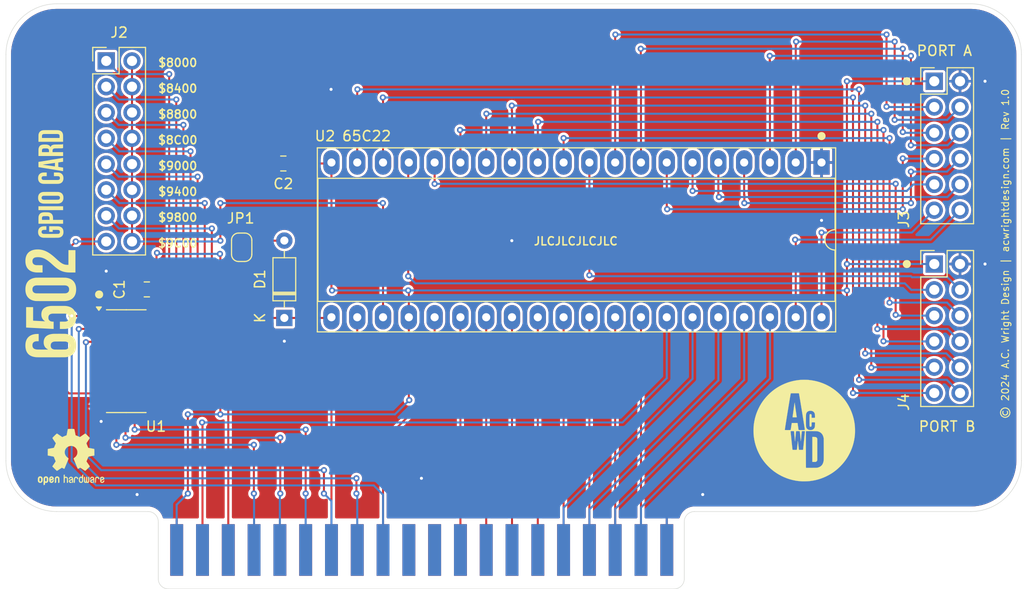
<source format=kicad_pcb>
(kicad_pcb (version 20240108) (generator "pcbnew") (generator_version "8.0")
  (title_block (title "6502 GPIO Card") (date "2024-06-06") (rev "1.0") (company "A.C. Wright Design"))
  (layers (0 "F.Cu" signal) (31 "B.Cu" signal) (34 "B.Paste" user) (35 "F.Paste" user) (36 "B.SilkS" user "B.Silkscreen") (37 "F.SilkS" user "F.Silkscreen") (38 "B.Mask" user) (39 "F.Mask" user) (44 "Edge.Cuts" user))
  (net 0 "")
  (net 1 "GND")
  (net 2 "VCC")
  (net 3 "IRQB")
  (net 4 "Net-(D1-K)")
  (net 5 "D2")
  (net 6 "A2")
  (net 7 "RESB")
  (net 8 "A1")
  (net 9 "RWB")
  (net 10 "A15")
  (net 11 "D0")
  (net 12 "A12")
  (net 13 "A0")
  (net 14 "A11")
  (net 15 "D1")
  (net 16 "PHI2")
  (net 17 "D5")
  (net 18 "A14")
  (net 19 "A3")
  (net 20 "D7")
  (net 21 "A13")
  (net 22 "A10")
  (net 23 "D4")
  (net 24 "D3")
  (net 25 "D6")
  (net 26 "CSB")
  (net 27 "PA3")
  (net 28 "CA1")
  (net 29 "CA2")
  (net 30 "/$8400")
  (net 31 "/$9800")
  (net 32 "/$9400")
  (net 33 "/$8C00")
  (net 34 "/$9000")
  (net 35 "/$8800")
  (net 36 "/$8000")
  (net 37 "/$9C00")
  (net 38 "PA7")
  (net 39 "PA5")
  (net 40 "PA0")
  (net 41 "PA2")
  (net 42 "PA4")
  (net 43 "PA1")
  (net 44 "PA6")
  (net 45 "PB4")
  (net 46 "PB2")
  (net 47 "PB0")
  (net 48 "PB1")
  (net 49 "PB6")
  (net 50 "PB7")
  (net 51 "CB2")
  (net 52 "CB1")
  (net 53 "PB5")
  (net 54 "PB3")
  (footprint "Diode_THT:D_DO-35_SOD27_P7.62mm_Horizontal" (layer "F.Cu") (at 128 101.31 90)
    (property "Reference" "D1")
    (property "Value" "D_Schottky" (hide yes))
  )
  (footprint "Connector_PinHeader_2.54mm:PinHeader_2x06_P2.54mm_Vertical" (layer "F.Cu") (at 192 78)
    (property "Reference" "J3")
    (property "Value" "PORT A")
  )
  (footprint "Jumper:SolderJumper-2_P1.3mm_Bridged_RoundedPad1.0x1.5mm" (layer "F.Cu") (at 123.8 94.35 90)
    (property "Reference" "JP1")
    (property "Value" "SolderJumper_2_Bridged" (hide yes))
  )
  (footprint "A.C. Wright Logo:A.C. Wright Logo 10mm" (layer "F.Cu") (at 179.2 112.4)
    (property "Reference" "G***" (hide yes))
    (property "Value" "LOGO" (hide yes))
  )
  (footprint "Package_SO:SOIC-16_3.9x9.9mm_P1.27mm" (layer "F.Cu") (at 112.435 105.565)
    (property "Reference" "U1")
    (property "Value" "74HC138" (hide yes))
  )
  (footprint "Package_DIP:DIP-40_W15.24mm_Socket_LongPads" (layer "F.Cu") (at 180.9 86 -90)
    (property "Reference" "U2")
    (property "Value" "65C22")
  )
  (footprint "Connector_PinHeader_2.54mm:PinHeader_2x08_P2.54mm_Vertical" (layer "F.Cu") (at 110.46 76)
    (property "Reference" "J2")
    (property "Value" "Conn_02x08_Odd_Even" (hide yes))
  )
  (footprint "Connector_PinHeader_2.54mm:PinHeader_2x06_P2.54mm_Vertical" (layer "F.Cu") (at 192 96)
    (property "Reference" "J4")
    (property "Value" "PORT B")
  )
  (footprint "Capacitor_SMD:C_0805_2012Metric" (layer "F.Cu") (at 114.46 98.5 180)
    (property "Reference" "C1")
    (property "Value" "100nF" (hide yes))
  )
  (footprint "Symbol:OSHW-Logo2_7.3x6mm_SilkScreen" (layer "F.Cu") (at 107 115)
    (property "Reference" "REF**" (hide yes))
    (property "Value" "OSHW-Logo2_7.3x6mm_SilkScreen" (hide yes))
  )
  (footprint "6502 Parts:6502CARDEDGE" (layer "F.Cu") (at 117.4 126.7)
    (property "Reference" "J1" (hide yes))
    (property "Value" "6502CARDEDGE" (hide yes))
  )
  (footprint "6502 Logos:6502 GPIO Card Logo 5mm" (layer "F.Cu") (at 104.999736 85.200749 90)
    (property "Reference" "G***" (hide yes))
    (property "Value" "LOGO" (hide yes))
  )
  (footprint "Capacitor_SMD:C_0805_2012Metric" (layer "F.Cu") (at 127.9 86.1)
    (property "Reference" "C2")
    (property "Value" "100nF" (hide yes))
  )
  (gr_circle (center 189.3 78) (end 189.5 78) (stroke (width 0.4)) (fill none) (layer "F.SilkS"))
  (gr_circle (center 109.76 99) (end 109.96 99) (stroke (width 0.4)) (fill none) (layer "F.SilkS"))
  (gr_circle (center 189.3 96) (end 189.5 96) (stroke (width 0.4)) (fill none) (layer "F.SilkS"))
  (gr_circle (center 180.9 83.4) (end 181.1 83.4) (stroke (width 0.4)) (fill none) (layer "F.SilkS"))
  (gr_arc (start 167.3841 121.3746) (mid 167.676993 120.667493) (end 168.3841 120.3746) (stroke (width 0.05)) (layer "Edge.Cuts"))
  (gr_line (start 200.5841 115.3746) (end 200.5841 75.3746) (stroke (width 0.05)) (layer "Edge.Cuts"))
  (gr_arc (start 105.5841 120.3746) (mid 102.048566 118.910134) (end 100.5841 115.3746) (stroke (width 0.05)) (layer "Edge.Cuts"))
  (gr_line (start 105.5841 120.3746) (end 114.5841 120.3746) (stroke (width 0.05)) (layer "Edge.Cuts"))
  (gr_line (start 168.3841 120.3746) (end 195.5841 120.3746) (stroke (width 0.05)) (layer "Edge.Cuts"))
  (gr_line (start 195.5841 70.3746) (end 105.5841 70.3746) (stroke (width 0.05)) (layer "Edge.Cuts"))
  (gr_arc (start 114.5841 120.3746) (mid 115.291207 120.667493) (end 115.5841 121.3746) (stroke (width 0.05)) (layer "Edge.Cuts"))
  (gr_line (start 167.3841 126.9946) (end 167.3841 121.3746) (stroke (width 0.05)) (layer "Edge.Cuts"))
  (gr_arc (start 200.5841 115.3746) (mid 199.119634 118.910134) (end 195.5841 120.3746) (stroke (width 0.05)) (layer "Edge.Cuts"))
  (gr_arc (start 100.5841 75.3746) (mid 102.048566 71.839066) (end 105.5841 70.3746) (stroke (width 0.05)) (layer "Edge.Cuts"))
  (gr_line (start 116.5841 127.9946) (end 166.3841 127.9946) (stroke (width 0.05)) (layer "Edge.Cuts"))
  (gr_line (start 100.5841 75.3746) (end 100.5841 115.3746) (stroke (width 0.05)) (layer "Edge.Cuts"))
  (gr_arc (start 116.5841 127.9946) (mid 115.876993 127.701707) (end 115.5841 126.9946) (stroke (width 0.05)) (layer "Edge.Cuts"))
  (gr_arc (start 167.3841 126.9946) (mid 167.091207 127.701707) (end 166.3841 127.9946) (stroke (width 0.05)) (layer "Edge.Cuts"))
  (gr_arc (start 195.5841 70.3746) (mid 199.119634 71.839066) (end 200.5841 75.3746) (stroke (width 0.05)) (layer "Edge.Cuts"))
  (gr_line (start 115.5841 121.3746) (end 115.5841 126.9946) (stroke (width 0.05)) (layer "Edge.Cuts"))
  (gr_text "© 2024 A.C. Wright Design | acwrightdesign.com | Rev 1.0" (at 199 95 90) (layer "F.SilkS") (effects (font (size 0.7 0.7) (thickness 0.1))))
  (gr_text "$9000" (at 117.5 86.34 0) (layer "F.SilkS") (effects (font (size 0.8 0.8))))
  (gr_text "$9800" (at 117.5 91.42 0) (layer "F.SilkS") (effects (font (size 0.8 0.8))))
  (gr_text "$9400" (at 117.5 88.88 0) (layer "F.SilkS") (effects (font (size 0.8 0.8))))
  (gr_text "JLCJLCJLCJLC" (at 156.7 93.75 0) (layer "F.SilkS") (effects (font (size 0.8 0.8))))
  (gr_text "$8400" (at 117.5 78.72 0) (layer "F.SilkS") (effects (font (size 0.8 0.8))))
  (gr_text "$8800" (at 117.5 81.26 0) (layer "F.SilkS") (effects (font (size 0.8 0.8))))
  (gr_text "$8C00" (at 117.5 83.8 0) (layer "F.SilkS") (effects (font (size 0.8 0.8))))
  (gr_text "$8000" (at 117.5 76.18 0) (layer "F.SilkS") (effects (font (size 0.8 0.8))))
  (gr_text "$9C00" (at 117.5 93.96 0) (layer "F.SilkS") (effects (font (size 0.8 0.8))))
  (segment (start 117.4 124.16) (end 117.4 121.3) (width 0.2) (layer "F.Cu") (net 1))
  (segment (start 117.4 121.3) (end 117.4 119.9) (width 0.2) (layer "F.Cu") (net 1))
  (via (at 197 78) (size 0.6) (drill 0.3) (layers "F.Cu" "B.Cu") (net 1))
  (via (at 150.4 93.7) (size 0.6) (drill 0.3) (layers "F.Cu" "B.Cu") (net 1))
  (via (at 197 96) (size 0.6) (drill 0.3) (layers "F.Cu" "B.Cu") (net 1))
  (via (at 109.96 111.5) (size 0.6) (drill 0.3) (layers "F.Cu" "B.Cu") (net 1))
  (via (at 128 103.6) (size 0.6) (drill 0.3) (layers "F.Cu" "B.Cu") (net 1))
  (via (at 141.5 117.1) (size 0.6) (drill 0.3) (layers "F.Cu" "B.Cu") (net 1))
  (via (at 110.46 96.7) (size 0.6) (drill 0.3) (layers "F.Cu" "B.Cu") (net 1))
  (via (at 113.5 118.7) (size 0.6) (drill 0.3) (layers "F.Cu" "B.Cu") (net 1))
  (via (at 132.6 78.8) (size 0.6) (drill 0.3) (layers "F.Cu" "B.Cu") (net 1))
  (via (at 180.9 91.7) (size 0.6) (drill 0.3) (layers "F.Cu" "B.Cu") (net 1))
  (via (at 169.2 118.7) (size 0.6) (drill 0.3) (layers "F.Cu" "B.Cu") (net 1))
  (segment (start 165.66 124.16) (end 165.66 119.94) (width 0.2) (layer "B.Cu") (net 1))
  (segment (start 183.4 102.9) (end 182.5 103.8) (width 0.2) (layer "F.Cu") (net 2))
  (segment (start 140.3 109.4) (end 140.26 109.36) (width 0.2) (layer "F.Cu") (net 2))
  (segment (start 115.41 98.5) (end 115.41 99.75) (width 0.2) (layer "F.Cu") (net 2))
  (segment (start 115.41 99.75) (end 114.91 100.25) (width 0.2) (layer "F.Cu") (net 2))
  (segment (start 128.85 86.1) (end 132.54 86.1) (width 0.2) (layer "F.Cu") (net 2))
  (segment (start 183.4 98.6) (end 183.4 96) (width 0.2) (layer "F.Cu") (net 2))
  (segment (start 118.5 118.6) (end 118.5 110.8) (width 0.2) (layer "F.Cu") (net 2))
  (segment (start 132.64 98.54) (end 132.7 98.6) (width 0.2) (layer "F.Cu") (net 2))
  (segment (start 140.26 109.36) (end 140.26 101.24) (width 0.2) (layer "F.Cu") (net 2))
  (segment (start 115.46 94.9) (end 115.41 94.95) (width 0.2) (layer "F.Cu") (net 2))
  (segment (start 132.64 86) (end 132.64 98.54) (width 0.2) (layer "F.Cu") (net 2))
  (segment (start 183.4 98.6) (end 183.4 102.9) (width 0.2) (layer "F.Cu") (net 2))
  (segment (start 121.7 110.8) (end 121.7 95.04) (width 0.2) (layer "F.Cu") (net 2))
  (segment (start 132.54 86.1) (end 132.64 86) (width 0.2) (layer "F.Cu") (net 2))
  (segment (start 121.7 95.04) (end 121.66 95) (width 0.2) (layer "F.Cu") (net 2))
  (segment (start 165.66 119.94) (end 165.66 124.16) (width 0.2) (layer "F.Cu") (net 2))
  (segment (start 181.8 103.8) (end 165.66 119.94) (width 0.2) (layer "F.Cu") (net 2))
  (segment (start 140.26 98.66) (end 140.26 101.24) (width 0.2) (layer "F.Cu") (net 2))
  (segment (start 115.41 94.95) (end 115.41 98.5) (width 0.2) (layer "F.Cu") (net 2))
  (segment (start 140.2 98.6) (end 140.26 98.66) (width 0.2) (layer "F.Cu") (net 2))
  (segment (start 114.91 100.25) (end 114.91 101.12) (width 0.2) (layer "F.Cu") (net 2))
  (segment (start 182.5 103.8) (end 181.8 103.8) (width 0.2) (layer "F.Cu") (net 2))
  (segment (start 183.4 96) (end 183.4 78) (width 0.2) (layer "F.Cu") (net 2))
  (via (at 121.66 95) (size 0.6) (drill 0.3) (layers "F.Cu" "B.Cu") (net 2))
  (via (at 115.46 94.9) (size 0.6) (drill 0.3) (layers "F.Cu" "B.Cu") (net 2))
  (via (at 118.5 118.6) (size 0.6) (drill 0.3) (layers "F.Cu" "B.Cu") (net 2))
  (via (at 118.5 110.8) (size 0.6) (drill 0.3) (layers "F.Cu" "B.Cu") (net 2))
  (via (at 183.4 78) (size 0.6) (drill 0.3) (layers "F.Cu" "B.Cu") (net 2))
  (via (at 132.7 98.6) (size 0.6) (drill 0.3) (layers "F.Cu" "B.Cu") (net 2))
  (via (at 140.3 109.4) (size 0.6) (drill 0.3) (layers "F.Cu" "B.Cu") (net 2))
  (via (at 140.2 98.6) (size 0.6) (drill 0.3) (layers "F.Cu" "B.Cu") (net 2))
  (via (at 183.4 96) (size 0.6) (drill 0.3) (layers "F.Cu" "B.Cu") (net 2))
  (via (at 121.7 110.8) (size 0.6) (drill 0.3) (layers "F.Cu" "B.Cu") (net 2))
  (via (at 183.4 98.6) (size 0.6) (drill 0.3) (layers "F.Cu" "B.Cu") (net 2))
  (segment (start 140.2 98.6) (end 183.4 98.6) (width 0.2) (layer "B.Cu") (net 2))
  (segment (start 121.7 110.8) (end 138.9 110.8) (width 0.2) (layer "B.Cu") (net 2))
  (segment (start 115.56 95) (end 115.46 94.9) (width 0.2) (layer "B.Cu") (net 2))
  (segment (start 121.66 95) (end 115.56 95) (width 0.2) (layer "B.Cu") (net 2))
  (segment (start 117.4 124.16) (end 117.4 119.7) (width 0.2) (layer "B.Cu") (net 2))
  (segment (start 183.4 78) (end 192 78) (width 0.2) (layer "B.Cu") (net 2))
  (segment (start 117.4 119.7) (end 118.5 118.6) (width 0.2) (layer "B.Cu") (net 2))
  (segment (start 183.4 96) (end 192 96) (width 0.2) (layer "B.Cu") (net 2))
  (segment (start 132.7 98.6) (end 140.2 98.6) (width 0.2) (layer "B.Cu") (net 2))
  (segment (start 118.5 110.8) (end 121.7 110.8) (width 0.2) (layer "B.Cu") (net 2))
  (segment (start 138.9 110.8) (end 140.3 109.4) (width 0.2) (layer "B.Cu") (net 2))
  (segment (start 127.99 93.7) (end 128 93.69) (width 0.2) (layer "F.Cu") (net 3))
  (segment (start 123.8 93.7) (end 127.99 93.7) (width 0.2) (layer "F.Cu") (net 3))
  (segment (start 122.48 93.92) (end 122.7 93.7) (width 0.2) (layer "F.Cu") (net 3))
  (segment (start 122.48 124.16) (end 122.48 93.92) (width 0.2) (layer "F.Cu") (net 3))
  (segment (start 122.7 93.7) (end 123.8 93.7) (width 0.2) (layer "F.Cu") (net 3))
  (segment (start 132.57 101.31) (end 132.64 101.24) (width 0.2) (layer "F.Cu") (net 4))
  (segment (start 123.8 100.7) (end 124.41 101.31) (width 0.2) (layer "F.Cu") (net 4))
  (segment (start 124.41 101.31) (end 128 101.31) (width 0.2) (layer "F.Cu") (net 4))
  (segment (start 127.4 101.31) (end 132.57 101.31) (width 0.2) (layer "F.Cu") (net 4))
  (segment (start 123.8 95) (end 123.8 100.7) (width 0.2) (layer "F.Cu") (net 4))
  (segment (start 158.04 124.16) (end 158.04 101.24) (width 0.2) (layer "F.Cu") (net 5))
  (segment (start 170.74 107.46) (end 170.74 101.24) (width 0.2) (layer "B.Cu") (net 6))
  (segment (start 158.04 120.16) (end 170.74 107.46) (width 0.2) (layer "B.Cu") (net 6))
  (segment (start 158.04 124.16) (end 158.04 120.16) (width 0.2) (layer "B.Cu") (net 6))
  (segment (start 119.94 111.64) (end 119.94 124.16) (width 0.2) (layer "F.Cu") (net 7))
  (via (at 119.9 111.6) (size 0.6) (drill 0.3) (layers "F.Cu" "B.Cu") (net 7))
  (segment (start 119.9 111.6) (end 161.3 111.6) (width 0.2) (layer "B.Cu") (net 7))
  (segment (start 161.3 111.6) (end 165.66 107.24) (width 0.2) (layer "B.Cu") (net 7))
  (segment (start 165.66 107.24) (end 165.66 101.24) (width 0.2) (layer "B.Cu") (net 7))
  (segment (start 160.58 120.12) (end 173.28 107.42) (width 0.2) (layer "B.Cu") (net 8))
  (segment (start 173.28 107.42) (end 173.28 101.24) (width 0.2) (layer "B.Cu") (net 8))
  (segment (start 160.58 124.16) (end 160.58 120.12) (width 0.2) (layer "B.Cu") (net 8))
  (segment (start 132.64 110.26) (end 135.18 107.72) (width 0.2) (layer "F.Cu") (net 9))
  (segment (start 135.18 107.72) (end 135.18 101.24) (width 0.2) (layer "F.Cu") (net 9))
  (segment (start 132.64 124.16) (end 132.64 110.26) (width 0.2) (layer "F.Cu") (net 9))
  (segment (start 109.96 107.47) (end 111.33 107.47) (width 0.2) (layer "F.Cu") (net 10))
  (segment (start 111.46 107.6) (end 111.46 107.9) (width 0.2) (layer "F.Cu") (net 10))
  (segment (start 111.46 107.9) (end 111.46 113.8) (width 0.2) (layer "F.Cu") (net 10))
  (segment (start 111.46 113.8) (end 111.46 114) (width 0.2) (layer "F.Cu") (net 10))
  (segment (start 111.33 107.47) (end 111.46 107.6) (width 0.2) (layer "F.Cu") (net 10))
  (segment (start 125 113.8) (end 125 118.6) (width 0.2) (layer "F.Cu") (net 10))
  (via (at 125 118.6) (size 0.6) (drill 0.3) (layers "F.Cu" "B.Cu") (net 10))
  (via (at 125 113.8) (size 0.6) (drill 0.3) (layers "F.Cu" "B.Cu") (net 10))
  (via (at 111.46 113.8) (size 0.6) (drill 0.3) (layers "F.Cu" "B.Cu") (net 10))
  (segment (start 125.02 118.62) (end 125.02 124.16) (width 0.2) (layer "B.Cu") (net 10))
  (segment (start 111.46 113.8) (end 125 113.8) (width 0.2) (layer "B.Cu") (net 10))
  (segment (start 125 118.6) (end 125.02 118.62) (width 0.2) (layer "B.Cu") (net 10))
  (segment (start 163.12 124.16) (end 163.12 101.24) (width 0.2) (layer "F.Cu") (net 11))
  (segment (start 131.9 116.3) (end 131.9 118.6) (width 0.2) (layer "F.Cu") (net 12))
  (segment (start 108.5 103.66) (end 108.46 103.7) (width 0.2) (layer "F.Cu") (net 12))
  (segment (start 109.96 103.66) (end 108.5 103.66) (width 0.2) (layer "F.Cu") (net 12))
  (via (at 131.9 116.3) (size 0.6) (drill 0.3) (layers "F.Cu" "B.Cu") (net 12))
  (via (at 131.9 118.6) (size 0.6) (drill 0.3) (layers "F.Cu" "B.Cu") (net 12))
  (via (at 108.46 103.7) (size 0.6) (drill 0.3) (layers "F.Cu" "B.Cu") (net 12))
  (segment (start 131.9 116.3) (end 109.96 116.3) (width 0.2) (layer "B.Cu") (net 12))
  (segment (start 131.9 116.3) (end 131.8 116.4) (width 0.2) (layer "B.Cu") (net 12))
  (segment (start 108.46 114.8) (end 109.83 116.17) (width 0.2) (layer "B.Cu") (net 12))
  (segment (start 131.9 118.6) (end 132.64 119.34) (width 0.2) (layer "B.Cu") (net 12))
  (segment (start 109.96 116.3) (end 109.83 116.17) (width 0.2) (layer "B.Cu") (net 12))
  (segment (start 132.64 119.34) (end 132.64 124.16) (width 0.2) (layer "B.Cu") (net 12))
  (segment (start 108.46 103.7) (end 108.46 114.8) (width 0.2) (layer "B.Cu") (net 12))
  (segment (start 163.12 119.98) (end 175.82 107.28) (width 0.2) (layer "B.Cu") (net 13))
  (segment (start 163.12 124.16) (end 163.12 119.98) (width 0.2) (layer "B.Cu") (net 13))
  (segment (start 175.82 107.28) (end 175.82 101.24) (width 0.2) (layer "B.Cu") (net 13))
  (segment (start 107.77 102.39) (end 107.76 102.4) (width 0.2) (layer "F.Cu") (net 14))
  (segment (start 135.1 117.1) (end 135.1 118.6) (width 0.2) (layer "F.Cu") (net 14))
  (segment (start 109.96 102.39) (end 107.77 102.39) (width 0.2) (layer "F.Cu") (net 14))
  (via (at 135.1 117.1) (size 0.6) (drill 0.3) (layers "F.Cu" "B.Cu") (net 14))
  (via (at 107.76 102.4) (size 0.6) (drill 0.3) (layers "F.Cu" "B.Cu") (net 14))
  (via (at 135.1 118.6) (size 0.6) (drill 0.3) (layers "F.Cu" "B.Cu") (net 14))
  (segment (start 135.1 118.8) (end 135.18 118.88) (width 0.2) (layer "B.Cu") (net 14))
  (segment (start 135.18 118.88) (end 135.18 124.16) (width 0.2) (layer "B.Cu") (net 14))
  (segment (start 135.1 117.1) (end 109.76 117.1) (width 0.2) (layer "B.Cu") (net 14))
  (segment (start 107.76 115.1) (end 107.76 102.4) (width 0.2) (layer "B.Cu") (net 14))
  (segment (start 135.1 118.6) (end 135.1 118.8) (width 0.2) (layer "B.Cu") (net 14))
  (segment (start 109.76 117.1) (end 107.76 115.1) (width 0.2) (layer "B.Cu") (net 14))
  (segment (start 160.58 124.16) (end 160.58 101.24) (width 0.2) (layer "F.Cu") (net 15))
  (segment (start 137.72 113.48) (end 142.8 108.4) (width 0.2) (layer "F.Cu") (net 16))
  (segment (start 142.8 108.4) (end 142.8 101.24) (width 0.2) (layer "F.Cu") (net 16))
  (segment (start 137.72 124.16) (end 137.72 113.48) (width 0.2) (layer "F.Cu") (net 16))
  (segment (start 150.42 124.16) (end 150.42 101.24) (width 0.2) (layer "F.Cu") (net 17))
  (segment (start 111.96 106.2) (end 112.36 106.6) (width 0.2) (layer "F.Cu") (net 18))
  (segment (start 112.36 106.9) (end 112.36 112.4) (width 0.2) (layer "F.Cu") (net 18))
  (segment (start 112.36 112.6) (end 112.36 113.1) (width 0.2) (layer "F.Cu") (net 18))
  (segment (start 112.36 112.4) (end 112.36 112.6) (width 0.2) (layer "F.Cu") (net 18))
  (segment (start 127.6 113.1) (end 127.6 118.6) (width 0.2) (layer "F.Cu") (net 18))
  (segment (start 112.36 106.6) (end 112.36 106.9) (width 0.2) (layer "F.Cu") (net 18))
  (segment (start 109.96 106.2) (end 111.96 106.2) (width 0.2) (layer "F.Cu") (net 18))
  (via (at 112.36 113.1) (size 0.6) (drill 0.3) (layers "F.Cu" "B.Cu") (net 18))
  (via (at 127.6 113.1) (size 0.6) (drill 0.3) (layers "F.Cu" "B.Cu") (net 18))
  (via (at 127.6 118.6) (size 0.6) (drill 0.3) (layers "F.Cu" "B.Cu") (net 18))
  (segment (start 127.56 118.64) (end 127.56 124.16) (width 0.2) (layer "B.Cu") (net 18))
  (segment (start 127.6 118.6) (end 127.56 118.64) (width 0.2) (layer "B.Cu") (net 18))
  (segment (start 112.36 113.1) (end 127.6 113.1) (width 0.2) (layer "B.Cu") (net 18))
  (segment (start 155.5 120) (end 168.2 107.3) (width 0.2) (layer "B.Cu") (net 19))
  (segment (start 155.5 124.16) (end 155.5 120) (width 0.2) (layer "B.Cu") (net 19))
  (segment (start 168.2 107.3) (end 168.2 101.24) (width 0.2) (layer "B.Cu") (net 19))
  (segment (start 145.34 124.16) (end 145.34 101.24) (width 0.2) (layer "F.Cu") (net 20))
  (segment (start 113.26 106.2) (end 113.26 112.3) (width 0.2) (layer "F.Cu") (net 21))
  (segment (start 112.76 105) (end 113.26 105.5) (width 0.2) (layer "F.Cu") (net 21))
  (segment (start 130.1 112.3) (end 130.1 118.6) (width 0.2) (layer "F.Cu") (net 21))
  (segment (start 112.69 104.93) (end 112.76 105) (width 0.2) (layer "F.Cu") (net 21))
  (segment (start 109.96 104.93) (end 112.69 104.93) (width 0.2) (layer "F.Cu") (net 21))
  (segment (start 113.26 105.5) (end 113.26 106.2) (width 0.2) (layer "F.Cu") (net 21))
  (via (at 113.26 112.3) (size 0.6) (drill 0.3) (layers "F.Cu" "B.Cu") (net 21))
  (via (at 130.1 112.3) (size 0.6) (drill 0.3) (layers "F.Cu" "B.Cu") (net 21))
  (via (at 130.1 118.6) (size 0.6) (drill 0.3) (layers "F.Cu" "B.Cu") (net 21))
  (segment (start 113.26 112.3) (end 130.1 112.3) (width 0.2) (layer "B.Cu") (net 21))
  (segment (start 130.1 118.6) (end 130.1 124.16) (width 0.2) (layer "B.Cu") (net 21))
  (segment (start 107.08 101.12) (end 107.06 101.1) (width 0.2) (layer "F.Cu") (net 22))
  (segment (start 109.96 101.12) (end 107.08 101.12) (width 0.2) (layer "F.Cu") (net 22))
  (via (at 107.06 101.1) (size 0.6) (drill 0.3) (layers "F.Cu" "B.Cu") (net 22))
  (segment (start 107.06 115.4) (end 109.46 117.8) (width 0.2) (layer "B.Cu") (net 22))
  (segment (start 107.06 101.1) (end 107.06 115.4) (width 0.2) (layer "B.Cu") (net 22))
  (segment (start 136.8 117.8) (end 137.72 118.72) (width 0.2) (layer "B.Cu") (net 22))
  (segment (start 137.72 118.72) (end 137.72 124.16) (width 0.2) (layer "B.Cu") (net 22))
  (segment (start 109.46 117.8) (end 136.8 117.8) (width 0.2) (layer "B.Cu") (net 22))
  (segment (start 152.96 124.16) (end 152.96 101.24) (width 0.2) (layer "F.Cu") (net 23))
  (segment (start 155.5 124.16) (end 155.5 101.24) (width 0.2) (layer "F.Cu") (net 24))
  (segment (start 147.88 124.16) (end 147.88 101.24) (width 0.2) (layer "F.Cu") (net 25))
  (segment (start 137.7 90) (end 137.72 90.02) (width 0.2) (layer "F.Cu") (net 26))
  (segment (start 137.72 90.02) (end 137.72 101.24) (width 0.2) (layer "F.Cu") (net 26))
  (segment (start 121.7 93.7) (end 121.7 90) (width 0.2) (layer "F.Cu") (net 26))
  (segment (start 113 76) (end 113 93.78) (width 0.2) (layer "F.Cu") (net 26))
  (via (at 121.7 90) (size 0.6) (drill 0.3) (layers "F.Cu" "B.Cu") (net 26))
  (via (at 137.7 90) (size 0.6) (drill 0.3) (layers "F.Cu" "B.Cu") (net 26))
  (via (at 121.7 93.7) (size 0.6) (drill 0.3) (layers "F.Cu" "B.Cu") (net 26))
  (segment (start 121.7 90) (end 137.7 90) (width 0.2) (layer "B.Cu") (net 26))
  (segment (start 121.62 93.78) (end 121.7 93.7) (width 0.2) (layer "B.Cu") (net 26))
  (segment (start 113 93.78) (end 121.62 93.78) (width 0.2) (layer "B.Cu") (net 26))
  (segment (start 170.8 89.4) (end 170.74 89.34) (width 0.2) (layer "F.Cu") (net 27))
  (segment (start 170.74 89.34) (end 170.74 86) (width 0.2) (layer "F.Cu") (net 27))
  (via (at 170.8 89.4) (size 0.6) (drill 0.3) (layers "F.Cu" "B.Cu") (net 27))
  (segment (start 170.8 89.4) (end 193.3 89.4) (width 0.2) (layer "B.Cu") (net 27))
  (segment (start 193.3 89.4) (end 194.54 88.16) (width 0.2) (layer "B.Cu") (net 27))
  (segment (start 180.9 92.9) (end 180.9 101.24) (width 0.2) (layer "F.Cu") (net 28))
  (via (at 180.9 92.9) (size 0.6) (drill 0.3) (layers "F.Cu" "B.Cu") (net 28))
  (segment (start 189.8 92.9) (end 180.9 92.9) (width 0.2) (layer "B.Cu") (net 28))
  (segment (start 192 90.7) (end 189.8 92.9) (width 0.2) (layer "B.Cu") (net 28))
  (segment (start 178.36 93.66) (end 178.36 101.24) (width 0.2) (layer "F.Cu") (net 29))
  (segment (start 178.3 93.6) (end 178.36 93.66) (width 0.2) (layer "F.Cu") (net 29))
  (via (at 178.3 93.6) (size 0.6) (drill 0.3) (layers "F.Cu" "B.Cu") (net 29))
  (segment (start 194.54 90.7) (end 191.64 93.6) (width 0.2) (layer "B.Cu") (net 29))
  (segment (start 191.64 93.6) (end 189 93.6) (width 0.2) (layer "B.Cu") (net 29))
  (segment (start 189 93.6) (end 178.3 93.6) (width 0.2) (layer "B.Cu") (net 29))
  (segment (start 116.8 103.66) (end 114.91 103.66) (width 0.2) (layer "F.Cu") (net 30))
  (segment (start 117.36 103.1) (end 116.8 103.66) (width 0.2) (layer "F.Cu") (net 30))
  (segment (start 117.36 79.8) (end 117.36 103.1) (width 0.2) (layer "F.Cu") (net 30))
  (via (at 117.36 79.8) (size 0.6) (drill 0.3) (layers "F.Cu" "B.Cu") (net 30))
  (segment (start 113.66 79.8) (end 117.36 79.8) (width 0.2) (layer "B.Cu") (net 30))
  (segment (start 110.46 78.54) (end 111.72 79.8) (width 0.2) (layer "B.Cu") (net 30))
  (segment (start 111.72 79.8) (end 113.66 79.8) (width 0.2) (layer "B.Cu") (net 30))
  (segment (start 120.15 110.01) (end 114.91 110.01) (width 0.2) (layer "F.Cu") (net 31))
  (segment (start 120.86 92.5) (end 120.86 109.3) (width 0.2) (layer "F.Cu") (net 31))
  (segment (start 120.86 109.3) (end 120.15 110.01) (width 0.2) (layer "F.Cu") (net 31))
  (via (at 120.86 92.5) (size 0.6) (drill 0.3) (layers "F.Cu" "B.Cu") (net 31))
  (segment (start 110.46 91.24) (end 111.72 92.5) (width 0.2) (layer "B.Cu") (net 31))
  (segment (start 112.66 92.5) (end 112.96 92.5) (width 0.2) (layer "B.Cu") (net 31))
  (segment (start 111.72 92.5) (end 112.66 92.5) (width 0.2) (layer "B.Cu") (net 31))
  (segment (start 112.96 92.5) (end 120.86 92.5) (width 0.2) (layer "B.Cu") (net 31))
  (segment (start 119.52 108.74) (end 114.91 108.74) (width 0.2) (layer "F.Cu") (net 32))
  (segment (start 120.16 90) (end 120.16 108.1) (width 0.2) (layer "F.Cu") (net 32))
  (segment (start 120.16 108.1) (end 119.52 108.74) (width 0.2) (layer "F.Cu") (net 32))
  (via (at 120.16 90) (size 0.6) (drill 0.3) (layers "F.Cu" "B.Cu") (net 32))
  (segment (start 111.76 90) (end 112.16 90) (width 0.2) (layer "B.Cu") (net 32))
  (segment (start 110.46 88.7) (end 111.76 90) (width 0.2) (layer "B.Cu") (net 32))
  (segment (start 112.16 90) (end 120.16 90) (width 0.2) (layer "B.Cu") (net 32))
  (segment (start 118.76 84.9) (end 118.76 105.6) (width 0.2) (layer "F.Cu") (net 33))
  (segment (start 118.16 106.2) (end 114.91 106.2) (width 0.2) (layer "F.Cu") (net 33))
  (segment (start 118.76 105.6) (end 118.16 106.2) (width 0.2) (layer "F.Cu") (net 33))
  (via (at 118.76 84.9) (size 0.6) (drill 0.3) (layers "F.Cu" "B.Cu") (net 33))
  (segment (start 112.16 84.9) (end 112.46 84.9) (width 0.2) (layer "B.Cu") (net 33))
  (segment (start 111.74 84.9) (end 112.16 84.9) (width 0.2) (layer "B.Cu") (net 33))
  (segment (start 112.46 84.9) (end 118.76 84.9) (width 0.2) (layer "B.Cu") (net 33))
  (segment (start 110.46 83.62) (end 111.74 84.9) (width 0.2) (layer "B.Cu") (net 33))
  (segment (start 118.99 107.47) (end 114.91 107.47) (width 0.2) (layer "F.Cu") (net 34))
  (segment (start 119.46 87.4) (end 119.46 107) (width 0.2) (layer "F.Cu") (net 34))
  (segment (start 119.46 107) (end 118.99 107.47) (width 0.2) (layer "F.Cu") (net 34))
  (via (at 119.46 87.4) (size 0.6) (drill 0.3) (layers "F.Cu" "B.Cu") (net 34))
  (segment (start 111.7 87.4) (end 112.06 87.4) (width 0.2) (layer "B.Cu") (net 34))
  (segment (start 110.46 86.16) (end 111.7 87.4) (width 0.2) (layer "B.Cu") (net 34))
  (segment (start 112.06 87.4) (end 112.36 87.4) (width 0.2) (layer "B.Cu") (net 34))
  (segment (start 112.36 87.4) (end 119.46 87.4) (width 0.2) (layer "B.Cu") (net 34))
  (segment (start 118.06 104.3) (end 117.43 104.93) (width 0.2) (layer "F.Cu") (net 35))
  (segment (start 118.06 82.3) (end 118.06 104.3) (width 0.2) (layer "F.Cu") (net 35))
  (segment (start 117.43 104.93) (end 114.91 104.93) (width 0.2) (layer "F.Cu") (net 35))
  (via (at 118.06 82.3) (size 0.6) (drill 0.3) (layers "F.Cu" "B.Cu") (net 35))
  (segment (start 110.46 81.08) (end 111.68 82.3) (width 0.2) (layer "B.Cu") (net 35))
  (segment (start 111.68 82.3) (end 113.06 82.3) (width 0.2) (layer "B.Cu") (net 35))
  (segment (start 113.06 82.3) (end 118.06 82.3) (width 0.2) (layer "B.Cu") (net 35))
  (segment (start 116.66 102) (end 116.27 102.39) (width 0.2) (layer "F.Cu") (net 36))
  (segment (start 116.27 102.39) (end 114.91 102.39) (width 0.2) (layer "F.Cu") (net 36))
  (segment (start 116.66 77.3) (end 116.66 102) (width 0.2) (layer "F.Cu") (net 36))
  (via (at 116.66 77.3) (size 0.6) (drill 0.3) (layers "F.Cu" "B.Cu") (net 36))
  (segment (start 110.46 76) (end 111.76 77.3) (width 0.2) (layer "B.Cu") (net 36))
  (segment (start 111.76 77.3) (end 116.66 77.3) (width 0.2) (layer "B.Cu") (net 36))
  (segment (start 106.26 108.2) (end 106.8 108.74) (width 0.2) (layer "F.Cu") (net 37))
  (segment (start 107.46 93.78) (end 106.26 94.98) (width 0.2) (layer "F.Cu") (net 37))
  (segment (start 106.26 94.98) (end 106.26 108.2) (width 0.2) (layer "F.Cu") (net 37))
  (segment (start 106.8 108.74) (end 109.96 108.74) (width 0.2) (layer "F.Cu") (net 37))
  (via (at 107.46 93.78) (size 0.6) (drill 0.3) (layers "F.Cu" "B.Cu") (net 37))
  (segment (start 107.46 93.78) (end 110.46 93.78) (width 0.2) (layer "B.Cu") (net 37))
  (segment (start 160.58 73.42) (end 160.58 86) (width 0.2) (layer "F.Cu") (net 38))
  (segment (start 187.3 80.5) (end 187.3 73.4) (width 0.2) (layer "F.Cu") (net 38))
  (segment (start 160.6 73.4) (end 160.58 73.42) (width 0.2) (layer "F.Cu") (net 38))
  (via (at 187.3 73.4) (size 0.6) (drill 0.3) (layers "F.Cu" "B.Cu") (net 38))
  (via (at 160.6 73.4) (size 0.6) (drill 0.3) (layers "F.Cu" "B.Cu") (net 38))
  (via (at 187.3 80.5) (size 0.6) (drill 0.3) (layers "F.Cu" "B.Cu") (net 38))
  (segment (start 187.34 80.54) (end 187.3 80.5) (width 0.2) (layer "B.Cu") (net 38))
  (segment (start 192 80.54) (end 187.34 80.54) (width 0.2) (layer "B.Cu") (net 38))
  (segment (start 187.3 73.4) (end 160.6 73.4) (width 0.2) (layer "B.Cu") (net 38))
  (segment (start 188.9 85.6) (end 188.9 90.6) (width 0.2) (layer "F.Cu") (net 39))
  (segment (start 165.7 90.6) (end 165.66 90.56) (width 0.2) (layer "F.Cu") (net 39))
  (segment (start 165.66 90.56) (end 165.66 86) (width 0.2) (layer "F.Cu") (net 39))
  (via (at 188.9 85.6) (size 0.6) (drill 0.3) (layers "F.Cu" "B.Cu") (net 39))
  (via (at 165.7 90.6) (size 0.6) (drill 0.3) (layers "F.Cu" "B.Cu") (net 39))
  (via (at 188.9 90.6) (size 0.6) (drill 0.3) (layers "F.Cu" "B.Cu") (net 39))
  (segment (start 192 85.62) (end 188.92 85.62) (width 0.2) (layer "B.Cu") (net 39))
  (segment (start 188.92 85.62) (end 188.9 85.6) (width 0.2) (layer "B.Cu") (net 39))
  (segment (start 188.9 90.6) (end 165.7 90.6) (width 0.2) (layer "B.Cu") (net 39))
  (segment (start 178.4 74.1) (end 178.4 74.4) (width 0.2) (layer "F.Cu") (net 40))
  (segment (start 178.36 74.44) (end 178.36 86) (width 0.2) (layer "F.Cu") (net 40))
  (segment (start 178.4 74.4) (end 178.36 74.44) (width 0.2) (layer "F.Cu") (net 40))
  (segment (start 188.1 81.8) (end 188.1 74.1) (width 0.2) (layer "F.Cu") (net 40))
  (via (at 188.1 81.8) (size 0.6) (drill 0.3) (layers "F.Cu" "B.Cu") (net 40))
  (via (at 178.4 74.1) (size 0.6) (drill 0.3) (layers "F.Cu" "B.Cu") (net 40))
  (via (at 188.1 74.1) (size 0.6) (drill 0.3) (layers "F.Cu" "B.Cu") (net 40))
  (segment (start 188.1 74.1) (end 178.4 74.1) (width 0.2) (layer "B.Cu") (net 40))
  (segment (start 192 81.8) (end 188.1 81.8) (width 0.2) (layer "B.Cu") (net 40))
  (segment (start 193.28 81.8) (end 192 81.8) (width 0.2) (layer "B.Cu") (net 40))
  (segment (start 194.54 80.54) (end 193.28 81.8) (width 0.2) (layer "B.Cu") (net 40))
  (segment (start 173.3 90) (end 173.3 89.2) (width 0.2) (layer "F.Cu") (net 41))
  (segment (start 173.3 89.2) (end 173.28 89.18) (width 0.2) (layer "F.Cu") (net 41))
  (segment (start 173.28 89.18) (end 173.28 86) (width 0.2) (layer "F.Cu") (net 41))
  (segment (start 189.7 86.9) (end 189.7 90) (width 0.2) (layer "F.Cu") (net 41))
  (via (at 173.3 90) (size 0.6) (drill 0.3) (layers "F.Cu" "B.Cu") (net 41))
  (via (at 189.7 86.9) (size 0.6) (drill 0.3) (layers "F.Cu" "B.Cu") (net 41))
  (via (at 189.7 90) (size 0.6) (drill 0.3) (layers "F.Cu" "B.Cu") (net 41))
  (segment (start 189.7 90) (end 173.3 90) (width 0.2) (layer "B.Cu") (net 41))
  (segment (start 193.26 86.9) (end 191.7 86.9) (width 0.2) (layer "B.Cu") (net 41))
  (segment (start 191.7 86.9) (end 189.7 86.9) (width 0.2) (layer "B.Cu") (net 41))
  (segment (start 194.54 85.62) (end 193.26 86.9) (width 0.2) (layer "B.Cu") (net 41))
  (segment (start 168.2 88.8) (end 168.2 86) (width 0.2) (layer "F.Cu") (net 42))
  (via (at 168.2 88.8) (size 0.6) (drill 0.3) (layers "F.Cu" "B.Cu") (net 42))
  (segment (start 189.94 88.16) (end 189.3 88.8) (width 0.2) (layer "B.Cu") (net 42))
  (segment (start 192 88.16) (end 189.94 88.16) (width 0.2) (layer "B.Cu") (net 42))
  (segment (start 189.3 88.8) (end 168.2 88.8) (width 0.2) (layer "B.Cu") (net 42))
  (segment (start 189.7 84.3) (end 189.7 75.5) (width 0.2) (layer "F.Cu") (net 43))
  (segment (start 175.8 76) (end 175.82 76.02) (width 0.2) (layer "F.Cu") (net 43))
  (segment (start 175.82 76.02) (end 175.82 86) (width 0.2) (layer "F.Cu") (net 43))
  (segment (start 175.8 75.5) (end 175.8 76) (width 0.2) (layer "F.Cu") (net 43))
  (via (at 189.7 84.3) (size 0.6) (drill 0.3) (layers "F.Cu" "B.Cu") (net 43))
  (via (at 189.7 75.5) (size 0.6) (drill 0.3) (layers "F.Cu" "B.Cu") (net 43))
  (via (at 175.8 75.5) (size 0.6) (drill 0.3) (layers "F.Cu" "B.Cu") (net 43))
  (segment (start 189.7 75.5) (end 175.8 75.5) (width 0.2) (layer "B.Cu") (net 43))
  (segment (start 191.9 84.3) (end 189.7 84.3) (width 0.2) (layer "B.Cu") (net 43))
  (segment (start 193.32 84.3) (end 191.9 84.3) (width 0.2) (layer "B.Cu") (net 43))
  (segment (start 194.54 83.08) (end 193.32 84.3) (width 0.2) (layer "B.Cu") (net 43))
  (segment (start 163.1 74.8) (end 163.1 75.5) (width 0.2) (layer "F.Cu") (net 44))
  (segment (start 163.1 75.5) (end 163.12 75.52) (width 0.2) (layer "F.Cu") (net 44))
  (segment (start 163.12 75.52) (end 163.12 86) (width 0.2) (layer "F.Cu") (net 44))
  (segment (start 188.9 83) (end 188.9 74.8) (width 0.2) (layer "F.Cu") (net 44))
  (via (at 163.1 74.8) (size 0.6) (drill 0.3) (layers "F.Cu" "B.Cu") (net 44))
  (via (at 188.9 74.8) (size 0.6) (drill 0.3) (layers "F.Cu" "B.Cu") (net 44))
  (via (at 188.9 83) (size 0.6) (drill 0.3) (layers "F.Cu" "B.Cu") (net 44))
  (segment (start 188.98 83.08) (end 188.9 83) (width 0.2) (layer "B.Cu") (net 44))
  (segment (start 192 83.08) (end 188.98 83.08) (width 0.2) (layer "B.Cu") (net 44))
  (segment (start 188.9 74.8) (end 163.1 74.8) (width 0.2) (layer "B.Cu") (net 44))
  (segment (start 185.8 81.2) (end 185.8 106.2) (width 0.2) (layer "F.Cu") (net 45))
  (segment (start 147.9 81.2) (end 147.88 81.22) (width 0.2) (layer "F.Cu") (net 45))
  (segment (start 147.88 81.22) (end 147.88 86) (width 0.2) (layer "F.Cu") (net 45))
  (via (at 185.8 81.2) (size 0.6) (drill 0.3) (layers "F.Cu" "B.Cu") (net 45))
  (via (at 185.8 106.2) (size 0.6) (drill 0.3) (layers "F.Cu" "B.Cu") (net 45))
  (via (at 147.9 81.2) (size 0.6) (drill 0.3) (layers "F.Cu" "B.Cu") (net 45))
  (segment (start 185.8 81.2) (end 147.9 81.2) (width 0.2) (layer "B.Cu") (net 45))
  (segment (start 185.84 106.16) (end 192 106.16) (width 0.2) (layer "B.Cu") (net 45))
  (segment (start 185.8 106.2) (end 185.84 106.16) (width 0.2) (layer "B.Cu") (net 45))
  (segment (start 153 82) (end 152.96 82.04) (width 0.2) (layer "F.Cu") (net 46))
  (segment (start 152.96 82.04) (end 152.96 86) (width 0.2) (layer "F.Cu") (net 46))
  (segment (start 186.4 102.4) (end 186.4 82) (width 0.2) (layer "F.Cu") (net 46))
  (via (at 186.4 82) (size 0.6) (drill 0.3) (layers "F.Cu" "B.Cu") (net 46))
  (via (at 153 82) (size 0.6) (drill 0.3) (layers "F.Cu" "B.Cu") (net 46))
  (via (at 186.4 102.4) (size 0.6) (drill 0.3) (layers "F.Cu" "B.Cu") (net 46))
  (segment (start 193.32 102.4) (end 194.54 103.62) (width 0.2) (layer "B.Cu") (net 46))
  (segment (start 186.4 82) (end 153 82) (width 0.2) (layer "B.Cu") (net 46))
  (segment (start 186.4 102.4) (end 193.32 102.4) (width 0.2) (layer "B.Cu") (net 46))
  (segment (start 158.04 97.1) (end 158.04 86) (width 0.2) (layer "F.Cu") (net 47))
  (via (at 158.04 97.1) (size 0.6) (drill 0.3) (layers "F.Cu" "B.Cu") (net 47))
  (segment (start 189.7 97.2) (end 189.8 97.3) (width 0.2) (layer "B.Cu") (net 47))
  (segment (start 158.14 97.2) (end 189.7 97.2) (width 0.2) (layer "B.Cu") (net 47))
  (segment (start 193.3 97.3) (end 194.54 98.54) (width 0.2) (layer "B.Cu") (net 47))
  (segment (start 158.04 97.1) (end 158.14 97.2) (width 0.2) (layer "B.Cu") (net 47))
  (segment (start 189.8 97.3) (end 193.3 97.3) (width 0.2) (layer "B.Cu") (net 47))
  (segment (start 187.6 99.8) (end 187.6 83.6) (width 0.2) (layer "F.Cu") (net 48))
  (segment (start 155.5 83.6) (end 155.5 86) (width 0.2) (layer "F.Cu") (net 48))
  (via (at 155.5 83.6) (size 0.6) (drill 0.3) (layers "F.Cu" "B.Cu") (net 48))
  (via (at 187.6 83.6) (size 0.6) (drill 0.3) (layers "F.Cu" "B.Cu") (net 48))
  (via (at 187.6 99.8) (size 0.6) (drill 0.3) (layers "F.Cu" "B.Cu") (net 48))
  (segment (start 191.9 99.8) (end 187.6 99.8) (width 0.2) (layer "B.Cu") (net 48))
  (segment (start 194.54 101.08) (end 193.26 99.8) (width 0.2) (layer "B.Cu") (net 48))
  (segment (start 193.26 99.8) (end 191.9 99.8) (width 0.2) (layer "B.Cu") (net 48))
  (segment (start 187.6 83.6) (end 155.5 83.6) (width 0.2) (layer "B.Cu") (net 48))
  (segment (start 188.2 101) (end 188.2 88.1) (width 0.2) (layer "F.Cu") (net 49))
  (segment (start 142.8 88.1) (end 142.8 86) (width 0.2) (layer "F.Cu") (net 49))
  (via (at 188.2 101) (size 0.6) (drill 0.3) (layers "F.Cu" "B.Cu") (net 49))
  (via (at 188.2 88.1) (size 0.6) (drill 0.3) (layers "F.Cu" "B.Cu") (net 49))
  (via (at 142.8 88.1) (size 0.6) (drill 0.3) (layers "F.Cu" "B.Cu") (net 49))
  (segment (start 192 101.08) (end 188.28 101.08) (width 0.2) (layer "B.Cu") (net 49))
  (segment (start 188.28 101.08) (end 188.2 101) (width 0.2) (layer "B.Cu") (net 49))
  (segment (start 188.2 88.1) (end 142.8 88.1) (width 0.2) (layer "B.Cu") (net 49))
  (segment (start 140.2 97.2) (end 140.2 86.06) (width 0.2) (layer "F.Cu") (net 50))
  (segment (start 140.2 86.06) (end 140.26 86) (width 0.2) (layer "F.Cu") (net 50))
  (via (at 140.2 97.2) (size 0.6) (drill 0.3) (layers "F.Cu" "B.Cu") (net 50))
  (segment (start 189.74 98.54) (end 192 98.54) (width 0.2) (layer "B.Cu") (net 50))
  (segment (start 140.9 97.9) (end 189.1 97.9) (width 0.2) (layer "B.Cu") (net 50))
  (segment (start 189.1 97.9) (end 189.74 98.54) (width 0.2) (layer "B.Cu") (net 50))
  (segment (start 140.2 97.2) (end 140.9 97.9) (width 0.2) (layer "B.Cu") (net 50))
  (segment (start 135.2 78.8) (end 135.18 78.82) (width 0.2) (layer "F.Cu") (net 51))
  (segment (start 135.18 78.82) (end 135.18 86) (width 0.2) (layer "F.Cu") (net 51))
  (segment (start 184.6 78.8) (end 184.6 107.4) (width 0.2) (layer "F.Cu") (net 51))
  (via (at 135.2 78.8) (size 0.6) (drill 0.3) (layers "F.Cu" "B.Cu") (net 51))
  (via (at 184.6 107.4) (size 0.6) (drill 0.3) (layers "F.Cu" "B.Cu") (net 51))
  (via (at 184.6 78.8) (size 0.6) (drill 0.3) (layers "F.Cu" "B.Cu") (net 51))
  (segment (start 135.2 78.8) (end 184.6 78.8) (width 0.2) (layer "B.Cu") (net 51))
  (segment (start 193.24 107.4) (end 194.54 108.7) (width 0.2) (layer "B.Cu") (net 51))
  (segment (start 184.6 107.4) (end 193.24 107.4) (width 0.2) (layer "B.Cu") (net 51))
  (segment (start 137.7 79.9) (end 137.72 79.92) (width 0.2) (layer "F.Cu") (net 52))
  (segment (start 184 79.6) (end 184 108.7) (width 0.2) (layer "F.Cu") (net 52))
  (segment (start 137.7 79.6) (end 137.7 79.9) (width 0.2) (layer "F.Cu") (net 52))
  (segment (start 137.72 79.92) (end 137.72 86) (width 0.2) (layer "F.Cu") (net 52))
  (via (at 184 79.6) (size 0.6) (drill 0.3) (layers "F.Cu" "B.Cu") (net 52))
  (via (at 184 108.7) (size 0.6) (drill 0.3) (layers "F.Cu" "B.Cu") (net 52))
  (via (at 137.7 79.6) (size 0.6) (drill 0.3) (layers "F.Cu" "B.Cu") (net 52))
  (segment (start 184 79.6) (end 137.7 79.6) (width 0.2) (layer "B.Cu") (net 52))
  (segment (start 184 108.7) (end 192 108.7) (width 0.2) (layer "B.Cu") (net 52))
  (segment (start 145.3 82.8) (end 145.34 82.84) (width 0.2) (layer "F.Cu") (net 53))
  (segment (start 187 103.6) (end 187 82.8) (width 0.2) (layer "F.Cu") (net 53))
  (segment (start 145.34 82.84) (end 145.34 86) (width 0.2) (layer "F.Cu") (net 53))
  (via (at 187 82.8) (size 0.6) (drill 0.3) (layers "F.Cu" "B.Cu") (net 53))
  (via (at 145.3 82.8) (size 0.6) (drill 0.3) (layers "F.Cu" "B.Cu") (net 53))
  (via (at 187 103.6) (size 0.6) (drill 0.3) (layers "F.Cu" "B.Cu") (net 53))
  (segment (start 187.02 103.62) (end 192 103.62) (width 0.2) (layer "B.Cu") (net 53))
  (segment (start 187 82.8) (end 145.3 82.8) (width 0.2) (layer "B.Cu") (net 53))
  (segment (start 187 103.6) (end 187.02 103.62) (width 0.2) (layer "B.Cu") (net 53))
  (segment (start 150.4 80.4) (end 150.4 80.9) (width 0.2) (layer "F.Cu") (net 54))
  (segment (start 150.42 80.92) (end 150.42 86) (width 0.2) (layer "F.Cu") (net 54))
  (segment (start 150.4 80.9) (end 150.42 80.92) (width 0.2) (layer "F.Cu") (net 54))
  (segment (start 185.2 80.4) (end 185.2 104.8) (width 0.2) (layer "F.Cu") (net 54))
  (via (at 150.4 80.4) (size 0.6) (drill 0.3) (layers "F.Cu" "B.Cu") (net 54))
  (via (at 185.2 104.8) (size 0.6) (drill 0.3) (layers "F.Cu" "B.Cu") (net 54))
  (via (at 185.2 80.4) (size 0.6) (drill 0.3) (layers "F.Cu" "B.Cu") (net 54))
  (segment (start 185.2 80.4) (end 150.4 80.4) (width 0.2) (layer "B.Cu") (net 54))
  (segment (start 193.18 104.8) (end 194.54 106.16) (width 0.2) (layer "B.Cu") (net 54))
  (segment (start 185.2 104.8) (end 193.18 104.8) (width 0.2) (layer "B.Cu") (net 54))
  (zone (net 1) (net_name "GND") (layer "F.Cu") (connect_pads (clearance 0.254)) (min_thickness 0.254) (fill yes (thermal_gap 0.254) (thermal_bridge_width 0.254))
    (polygon (pts (xy 200.838 121.054) (xy 100 121.054) (xy 100 70) (xy 200.838 70)))
  )
  (zone (net 1) (net_name "GND") (layer "B.Cu") (connect_pads (clearance 0.254)) (min_thickness 0.254) (fill yes (thermal_gap 0.254) (thermal_bridge_width 0.254))
    (polygon (pts (xy 200.838 121.054) (xy 100 121.054) (xy 100 70) (xy 200.838 70)))
  )
)
</source>
